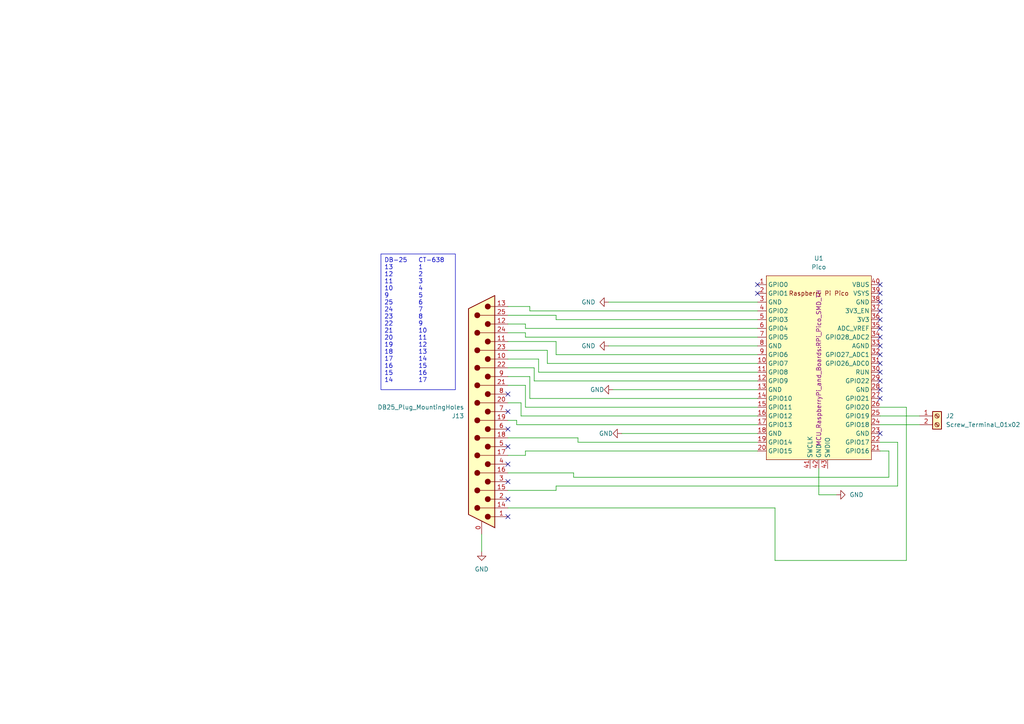
<source format=kicad_sch>
(kicad_sch (version 20230121) (generator eeschema)
  (paper "A4")
  (lib_symbols
    (symbol "Connector:DB25_Plug_MountingHoles" (pin_names (offset 1.016) hide)
      (property "Reference" "J" (at 0 36.83 0))
      (property "Value" "DB25_Plug_MountingHoles" (at 0 34.925 0))
      (symbol "DB25_Plug_MountingHoles_0_1"
        (circle (center -1.778 -30.48) (radius 0.762) (fill (type outline)))
        (circle (center -1.778 -25.4) (radius 0.762) (fill (type outline)))
        (circle (center -1.778 -20.32) (radius 0.762) (fill (type outline)))
        (circle (center -1.778 -15.24) (radius 0.762) (fill (type outline)))
        (circle (center -1.778 -10.16) (radius 0.762) (fill (type outline)))
        (circle (center -1.778 -5.08) (radius 0.762) (fill (type outline)))
        (circle (center -1.778 0) (radius 0.762) (fill (type outline)))
        (circle (center -1.778 5.08) (radius 0.762) (fill (type outline)))
        (circle (center -1.778 10.16) (radius 0.762) (fill (type outline)))
        (circle (center -1.778 15.24) (radius 0.762) (fill (type outline)))
        (circle (center -1.778 20.32) (radius 0.762) (fill (type outline)))
        (circle (center -1.778 25.4) (radius 0.762) (fill (type outline)))
        (circle (center -1.778 30.48) (radius 0.762) (fill (type outline)))
        (polyline (pts (xy -3.81 -30.48) (xy -2.54 -30.48)))
        (polyline (pts (xy -3.81 -27.94) (xy 0.508 -27.94)))
        (polyline (pts (xy -3.81 -25.4) (xy -2.54 -25.4)))
        (polyline (pts (xy -3.81 -22.86) (xy 0.508 -22.86)))
        (polyline (pts (xy -3.81 -20.32) (xy -2.54 -20.32)))
        (polyline (pts (xy -3.81 -17.78) (xy 0.508 -17.78)))
        (polyline (pts (xy -3.81 -15.24) (xy -2.54 -15.24)))
        (polyline (pts (xy -3.81 -12.7) (xy 0.508 -12.7)))
        (polyline (pts (xy -3.81 -10.16) (xy -2.54 -10.16)))
        (polyline (pts (xy -3.81 -7.62) (xy 0.508 -7.62)))
        (polyline (pts (xy -3.81 -5.08) (xy -2.54 -5.08)))
        (polyline (pts (xy -3.81 -2.54) (xy 0.508 -2.54)))
        (polyline (pts (xy -3.81 0) (xy -2.54 0)))
        (polyline (pts (xy -3.81 2.54) (xy 0.508 2.54)))
        (polyline (pts (xy -3.81 5.08) (xy -2.54 5.08)))
        (polyline (pts (xy -3.81 7.62) (xy 0.508 7.62)))
        (polyline (pts (xy -3.81 10.16) (xy -2.54 10.16)))
        (polyline (pts (xy -3.81 12.7) (xy 0.508 12.7)))
        (polyline (pts (xy -3.81 15.24) (xy -2.54 15.24)))
        (polyline (pts (xy -3.81 17.78) (xy 0.508 17.78)))
        (polyline (pts (xy -3.81 20.32) (xy -2.54 20.32)))
        (polyline (pts (xy -3.81 22.86) (xy 0.508 22.86)))
        (polyline (pts (xy -3.81 25.4) (xy -2.54 25.4)))
        (polyline (pts (xy -3.81 27.94) (xy 0.508 27.94)))
        (polyline (pts (xy -3.81 30.48) (xy -2.54 30.48)))
        (polyline (pts (xy -3.81 -33.655) (xy 3.81 -29.845) (xy 3.81 29.845) (xy -3.81 33.655) (xy -3.81 -33.655)) (stroke (width 0.254)) (fill (type background)))
        (circle (center 1.27 -27.94) (radius 0.762) (fill (type outline)))
        (circle (center 1.27 -22.86) (radius 0.762) (fill (type outline)))
        (circle (center 1.27 -17.78) (radius 0.762) (fill (type outline)))
        (circle (center 1.27 -12.7) (radius 0.762) (fill (type outline)))
        (circle (center 1.27 -7.62) (radius 0.762) (fill (type outline)))
        (circle (center 1.27 -2.54) (radius 0.762) (fill (type outline)))
        (circle (center 1.27 2.54) (radius 0.762) (fill (type outline)))
        (circle (center 1.27 7.62) (radius 0.762) (fill (type outline)))
        (circle (center 1.27 12.7) (radius 0.762) (fill (type outline)))
        (circle (center 1.27 17.78) (radius 0.762) (fill (type outline)))
        (circle (center 1.27 22.86) (radius 0.762) (fill (type outline)))
        (circle (center 1.27 27.94) (radius 0.762) (fill (type outline)))
      )
      (symbol "DB25_Plug_MountingHoles_1_1"
        (pin passive line (at 0 -35.56 90) (length 3.81) (name "PAD") (number "0"))
        (pin passive line (at -7.62 -30.48 0) (length 3.81) (name "1") (number "1"))
        (pin passive line (at -7.62 15.24 0) (length 3.81) (name "10") (number "10"))
        (pin passive line (at -7.62 20.32 0) (length 3.81) (name "11") (number "11"))
        (pin passive line (at -7.62 25.4 0) (length 3.81) (name "12") (number "12"))
        (pin passive line (at -7.62 30.48 0) (length 3.81) (name "13") (number "13"))
        (pin passive line (at -7.62 -27.94 0) (length 3.81) (name "P14") (number "14"))
        (pin passive line (at -7.62 -22.86 0) (length 3.81) (name "P15") (number "15"))
        (pin passive line (at -7.62 -17.78 0) (length 3.81) (name "P16") (number "16"))
        (pin passive line (at -7.62 -12.7 0) (length 3.81) (name "P17") (number "17"))
        (pin passive line (at -7.62 -7.62 0) (length 3.81) (name "P18") (number "18"))
        (pin passive line (at -7.62 -2.54 0) (length 3.81) (name "P19") (number "19"))
        (pin passive line (at -7.62 -25.4 0) (length 3.81) (name "2") (number "2"))
        (pin passive line (at -7.62 2.54 0) (length 3.81) (name "P20") (number "20"))
        (pin passive line (at -7.62 7.62 0) (length 3.81) (name "P21") (number "21"))
        (pin passive line (at -7.62 12.7 0) (length 3.81) (name "P22") (number "22"))
        (pin passive line (at -7.62 17.78 0) (length 3.81) (name "P23") (number "23"))
        (pin passive line (at -7.62 22.86 0) (length 3.81) (name "P24") (number "24"))
        (pin passive line (at -7.62 27.94 0) (length 3.81) (name "P25") (number "25"))
        (pin passive line (at -7.62 -20.32 0) (length 3.81) (name "3") (number "3"))
        (pin passive line (at -7.62 -15.24 0) (length 3.81) (name "4") (number "4"))
        (pin passive line (at -7.62 -10.16 0) (length 3.81) (name "5") (number "5"))
        (pin passive line (at -7.62 -5.08 0) (length 3.81) (name "6") (number "6"))
        (pin passive line (at -7.62 0 0) (length 3.81) (name "7") (number "7"))
        (pin passive line (at -7.62 5.08 0) (length 3.81) (name "8") (number "8"))
        (pin passive line (at -7.62 10.16 0) (length 3.81) (name "9") (number "9"))
      )
    )
    (symbol "Connector:Screw_Terminal_01x02" (pin_names (offset 1.016) hide)
      (property "Reference" "J" (at 0 2.54 0))
      (property "Value" "Screw_Terminal_01x02" (at 0 -5.08 0))
      (symbol "Screw_Terminal_01x02_1_1"
        (rectangle (start -1.27 1.27) (end 1.27 -3.81) (stroke (width 0.254)) (fill (type background)))
        (circle (center 0 -2.54) (radius 0.635) (stroke (width 0.1524)))
        (polyline (pts (xy -0.5334 -2.2098) (xy 0.3302 -3.048)) (stroke (width 0.1524)))
        (polyline (pts (xy -0.5334 0.3302) (xy 0.3302 -0.508)) (stroke (width 0.1524)))
        (polyline (pts (xy -0.3556 -2.032) (xy 0.508 -2.8702)) (stroke (width 0.1524)))
        (polyline (pts (xy -0.3556 0.508) (xy 0.508 -0.3302)) (stroke (width 0.1524)))
        (circle (center 0 0) (radius 0.635) (stroke (width 0.1524)))
        (pin passive line (at -5.08 0 0) (length 3.81) (name "Pin_1") (number "1"))
        (pin passive line (at -5.08 -2.54 0) (length 3.81) (name "Pin_2") (number "2"))
      )
    )
    (symbol "MCU_RaspberryPi_and_Boards:Pico"
      (property "Reference" "U" (at -13.97 27.94 0))
      (property "Value" "Pico" (at 0 19.05 0))
      (symbol "Pico_0_0"
        (text "Raspberry Pi Pico" (at 0 21.59 0) (effects (font (size 1.27 1.27))))
      )
      (symbol "Pico_0_1"
        (rectangle (start -15.24 26.67) (end 15.24 -26.67) (fill (type background)))
      )
      (symbol "Pico_1_1"
        (pin bidirectional line (at -17.78 24.13 0) (length 2.54) (name "GPIO0") (number "1"))
        (pin bidirectional line (at -17.78 1.27 0) (length 2.54) (name "GPIO7") (number "10"))
        (pin bidirectional line (at -17.78 -1.27 0) (length 2.54) (name "GPIO8") (number "11"))
        (pin bidirectional line (at -17.78 -3.81 0) (length 2.54) (name "GPIO9") (number "12"))
        (pin power_in line (at -17.78 -6.35 0) (length 2.54) (name "GND") (number "13"))
        (pin bidirectional line (at -17.78 -8.89 0) (length 2.54) (name "GPIO10") (number "14"))
        (pin bidirectional line (at -17.78 -11.43 0) (length 2.54) (name "GPIO11") (number "15"))
        (pin bidirectional line (at -17.78 -13.97 0) (length 2.54) (name "GPIO12") (number "16"))
        (pin bidirectional line (at -17.78 -16.51 0) (length 2.54) (name "GPIO13") (number "17"))
        (pin power_in line (at -17.78 -19.05 0) (length 2.54) (name "GND") (number "18"))
        (pin bidirectional line (at -17.78 -21.59 0) (length 2.54) (name "GPIO14") (number "19"))
        (pin bidirectional line (at -17.78 21.59 0) (length 2.54) (name "GPIO1") (number "2"))
        (pin bidirectional line (at -17.78 -24.13 0) (length 2.54) (name "GPIO15") (number "20"))
        (pin bidirectional line (at 17.78 -24.13 180) (length 2.54) (name "GPIO16") (number "21"))
        (pin bidirectional line (at 17.78 -21.59 180) (length 2.54) (name "GPIO17") (number "22"))
        (pin power_in line (at 17.78 -19.05 180) (length 2.54) (name "GND") (number "23"))
        (pin bidirectional line (at 17.78 -16.51 180) (length 2.54) (name "GPIO18") (number "24"))
        (pin bidirectional line (at 17.78 -13.97 180) (length 2.54) (name "GPIO19") (number "25"))
        (pin bidirectional line (at 17.78 -11.43 180) (length 2.54) (name "GPIO20") (number "26"))
        (pin bidirectional line (at 17.78 -8.89 180) (length 2.54) (name "GPIO21") (number "27"))
        (pin power_in line (at 17.78 -6.35 180) (length 2.54) (name "GND") (number "28"))
        (pin bidirectional line (at 17.78 -3.81 180) (length 2.54) (name "GPIO22") (number "29"))
        (pin power_in line (at -17.78 19.05 0) (length 2.54) (name "GND") (number "3"))
        (pin input line (at 17.78 -1.27 180) (length 2.54) (name "RUN") (number "30"))
        (pin bidirectional line (at 17.78 1.27 180) (length 2.54) (name "GPIO26_ADC0") (number "31"))
        (pin bidirectional line (at 17.78 3.81 180) (length 2.54) (name "GPIO27_ADC1") (number "32"))
        (pin power_in line (at 17.78 6.35 180) (length 2.54) (name "AGND") (number "33"))
        (pin bidirectional line (at 17.78 8.89 180) (length 2.54) (name "GPIO28_ADC2") (number "34"))
        (pin power_in line (at 17.78 11.43 180) (length 2.54) (name "ADC_VREF") (number "35"))
        (pin power_in line (at 17.78 13.97 180) (length 2.54) (name "3V3") (number "36"))
        (pin input line (at 17.78 16.51 180) (length 2.54) (name "3V3_EN") (number "37"))
        (pin bidirectional line (at 17.78 19.05 180) (length 2.54) (name "GND") (number "38"))
        (pin power_in line (at 17.78 21.59 180) (length 2.54) (name "VSYS") (number "39"))
        (pin bidirectional line (at -17.78 16.51 0) (length 2.54) (name "GPIO2") (number "4"))
        (pin power_in line (at 17.78 24.13 180) (length 2.54) (name "VBUS") (number "40"))
        (pin input line (at -2.54 -29.21 90) (length 2.54) (name "SWCLK") (number "41"))
        (pin power_in line (at 0 -29.21 90) (length 2.54) (name "GND") (number "42"))
        (pin bidirectional line (at 2.54 -29.21 90) (length 2.54) (name "SWDIO") (number "43"))
        (pin bidirectional line (at -17.78 13.97 0) (length 2.54) (name "GPIO3") (number "5"))
        (pin bidirectional line (at -17.78 11.43 0) (length 2.54) (name "GPIO4") (number "6"))
        (pin bidirectional line (at -17.78 8.89 0) (length 2.54) (name "GPIO5") (number "7"))
        (pin power_in line (at -17.78 6.35 0) (length 2.54) (name "GND") (number "8"))
        (pin bidirectional line (at -17.78 3.81 0) (length 2.54) (name "GPIO6") (number "9"))
      )
    )
    (symbol "power:GND" (power) (pin_names (offset 0))
      (property "Value" "GND" (at 0 -3.81 0))
      (symbol "GND_0_1"
        (polyline (pts (xy 0 0) (xy 0 -1.27) (xy 1.27 -1.27) (xy 0 -2.54) (xy -1.27 -1.27) (xy 0 -1.27)))
      )
      (symbol "GND_1_1"
        (pin power_in line (at 0 0 270) (length 0) hide (name "GND") (number "1"))
      )
    )
  )
  (no_connect (at 255.27 110.49))
  (no_connect (at 147.32 134.62))
  (no_connect (at 255.27 125.73))
  (no_connect (at 219.71 85.09))
  (no_connect (at 147.32 149.86))
  (no_connect (at 255.27 97.79))
  (no_connect (at 255.27 92.71))
  (no_connect (at 255.27 105.41))
  (no_connect (at 255.27 115.57))
  (no_connect (at 255.27 85.09))
  (no_connect (at 255.27 102.87))
  (no_connect (at 255.27 90.17))
  (no_connect (at 147.32 114.3))
  (no_connect (at 255.27 107.95))
  (no_connect (at 147.32 124.46))
  (no_connect (at 255.27 82.55))
  (no_connect (at 255.27 95.25))
  (no_connect (at 255.27 87.63))
  (no_connect (at 147.32 144.78))
  (no_connect (at 255.27 113.03))
  (no_connect (at 219.71 82.55))
  (no_connect (at 147.32 119.38))
  (no_connect (at 147.32 139.7))
  (no_connect (at 255.27 100.33))
  (no_connect (at 147.32 129.54))
  (wire (pts (xy 257.81 138.43) (xy 257.81 130.81)))
  (wire (pts (xy 260.35 128.27) (xy 255.27 128.27)))
  (wire (pts (xy 147.32 111.76) (xy 152.4 111.76)))
  (wire (pts (xy 156.21 107.95) (xy 156.21 104.14)))
  (wire (pts (xy 147.32 93.98) (xy 152.4 93.98)))
  (wire (pts (xy 147.32 127) (xy 167.64 127)))
  (wire (pts (xy 180.34 125.73) (xy 219.71 125.73)))
  (wire (pts (xy 151.13 120.65) (xy 151.13 116.84)))
  (wire (pts (xy 176.53 87.63) (xy 219.71 87.63)))
  (wire (pts (xy 154.94 110.49) (xy 219.71 110.49)))
  (wire (pts (xy 152.4 130.81) (xy 152.4 132.08)))
  (wire (pts (xy 161.29 92.71) (xy 219.71 92.71)))
  (wire (pts (xy 237.49 143.51) (xy 242.57 143.51)))
  (wire (pts (xy 147.32 91.44) (xy 161.29 91.44)))
  (wire (pts (xy 262.89 162.56) (xy 262.89 118.11)))
  (wire (pts (xy 153.67 90.17) (xy 219.71 90.17)))
  (wire (pts (xy 177.8 113.03) (xy 219.71 113.03)))
  (wire (pts (xy 158.75 105.41) (xy 219.71 105.41)))
  (wire (pts (xy 147.32 116.84) (xy 151.13 116.84)))
  (wire (pts (xy 255.27 123.19) (xy 266.7 123.19)))
  (wire (pts (xy 257.81 130.81) (xy 255.27 130.81)))
  (wire (pts (xy 167.64 128.27) (xy 167.64 127)))
  (wire (pts (xy 153.67 115.57) (xy 153.67 109.22)))
  (wire (pts (xy 149.86 123.19) (xy 149.86 121.92)))
  (wire (pts (xy 153.67 115.57) (xy 219.71 115.57)))
  (wire (pts (xy 161.29 102.87) (xy 161.29 99.06)))
  (wire (pts (xy 153.67 88.9) (xy 147.32 88.9)))
  (wire (pts (xy 151.13 120.65) (xy 219.71 120.65)))
  (wire (pts (xy 152.4 132.08) (xy 147.32 132.08)))
  (wire (pts (xy 161.29 140.97) (xy 161.29 142.24)))
  (wire (pts (xy 152.4 130.81) (xy 219.71 130.81)))
  (wire (pts (xy 147.32 106.68) (xy 154.94 106.68)))
  (wire (pts (xy 161.29 140.97) (xy 260.35 140.97)))
  (wire (pts (xy 153.67 90.17) (xy 153.67 88.9)))
  (wire (pts (xy 237.49 135.89) (xy 237.49 143.51)))
  (wire (pts (xy 166.37 138.43) (xy 166.37 137.16)))
  (wire (pts (xy 147.32 147.32) (xy 224.79 147.32)))
  (wire (pts (xy 224.79 147.32) (xy 224.79 162.56)))
  (wire (pts (xy 152.4 95.25) (xy 219.71 95.25)))
  (wire (pts (xy 158.75 105.41) (xy 158.75 101.6)))
  (wire (pts (xy 224.79 162.56) (xy 262.89 162.56)))
  (wire (pts (xy 147.32 137.16) (xy 166.37 137.16)))
  (wire (pts (xy 167.64 128.27) (xy 219.71 128.27)))
  (wire (pts (xy 152.4 95.25) (xy 152.4 93.98)))
  (wire (pts (xy 152.4 97.79) (xy 219.71 97.79)))
  (wire (pts (xy 152.4 118.11) (xy 152.4 111.76)))
  (wire (pts (xy 139.7 154.94) (xy 139.7 160.02)))
  (wire (pts (xy 149.86 123.19) (xy 219.71 123.19)))
  (wire (pts (xy 147.32 121.92) (xy 149.86 121.92)))
  (wire (pts (xy 147.32 104.14) (xy 156.21 104.14)))
  (wire (pts (xy 152.4 97.79) (xy 152.4 96.52)))
  (wire (pts (xy 152.4 118.11) (xy 219.71 118.11)))
  (wire (pts (xy 147.32 99.06) (xy 161.29 99.06)))
  (wire (pts (xy 147.32 96.52) (xy 152.4 96.52)))
  (wire (pts (xy 255.27 120.65) (xy 266.7 120.65)))
  (wire (pts (xy 156.21 107.95) (xy 219.71 107.95)))
  (wire (pts (xy 161.29 91.44) (xy 161.29 92.71)))
  (wire (pts (xy 147.32 109.22) (xy 153.67 109.22)))
  (wire (pts (xy 262.89 118.11) (xy 255.27 118.11)))
  (wire (pts (xy 166.37 138.43) (xy 257.81 138.43)))
  (wire (pts (xy 176.53 100.33) (xy 219.71 100.33)))
  (wire (pts (xy 161.29 102.87) (xy 219.71 102.87)))
  (wire (pts (xy 260.35 140.97) (xy 260.35 128.27)))
  (wire (pts (xy 147.32 101.6) (xy 158.75 101.6)))
  (wire (pts (xy 161.29 142.24) (xy 147.32 142.24)))
  (wire (pts (xy 154.94 110.49) (xy 154.94 106.68)))
  (text_box "DB-25	CT-638\n13		1\n12		2\n11		3\n10		4\n9		5\n25		6\n24		7\n23		8\n22		9\n21		10\n20		11\n19		12\n18		13\n17		14\n16		15\n15		16\n14		17\n" (at 110.49 73.66 0) (size 21.59 39.37) (effects (font (size 1.27 1.27)) (justify left top)))
  (symbol (lib_id "power:GND") (at 180.34 125.73 270) (unit 1)
    (property "Reference" "#PWR04" (effects hide))
    (property "Value" "GND" (at 177.8 125.73 90) (effects (justify right)))
  )
  (symbol (lib_id "Connector:DB25_Plug_MountingHoles") (at 139.7 119.38 0) (mirror y) (unit 1)
    (property "Reference" "J13" (at 134.62 120.65 0) (effects (justify left)))
    (property "Value" "DB25_Plug_MountingHoles" (at 134.62 118.11 0) (effects (justify left)))
    (property "Datasheet" " ~" (effects hide))
  )
  (symbol (lib_id "Connector:Screw_Terminal_01x02") (at 271.78 120.65 0) (unit 1)
    (property "Reference" "J2" (at 274.32 120.65 0) (effects (justify left)))
    (property "Value" "Screw_Terminal_01x02" (at 274.32 123.19 0) (effects (justify left)))
    (property "Footprint" "TerminalBlock:TerminalBlock_Altech_AK300-2_P5.00mm" (effects hide))
  )
  (symbol (lib_id "power:GND") (at 177.8 113.03 270) (unit 1)
    (property "Reference" "#PWR03" (effects hide))
    (property "Value" "GND" (at 175.26 113.03 90) (effects (justify right)))
  )
  (symbol (lib_id "power:GND") (at 176.53 100.33 270) (unit 1)
    (property "Reference" "#PWR02" (effects hide))
    (property "Value" "GND" (at 172.72 100.33 90) (effects (justify right)))
  )
  (symbol (lib_id "MCU_RaspberryPi_and_Boards:Pico") (at 237.49 106.68 0) (unit 1)
    (property "Reference" "U1" (at 237.49 74.93 0))
    (property "Value" "Pico" (at 237.49 77.47 0))
    (property "Footprint" "MCU_RaspberryPi_and_Boards:RPi_Pico_SMD_TH" (at 237.49 106.68 90))
  )
  (symbol (lib_id "power:GND") (at 176.53 87.63 270) (unit 1)
    (property "Reference" "#PWR010" (effects hide))
    (property "Value" "GND" (at 172.72 87.63 90) (effects (justify right)))
  )
  (symbol (lib_id "power:GND") (at 242.57 143.51 90) (unit 1)
    (property "Reference" "#PWR06" (effects hide))
    (property "Value" "GND" (at 246.38 143.51 90) (effects (justify right)))
  )
  (symbol (lib_id "power:GND") (at 139.7 160.02 0) (unit 1)
    (property "Reference" "#PWR011" (effects hide))
    (property "Value" "GND" (at 139.7 165.1 0))
  )
)
</source>
